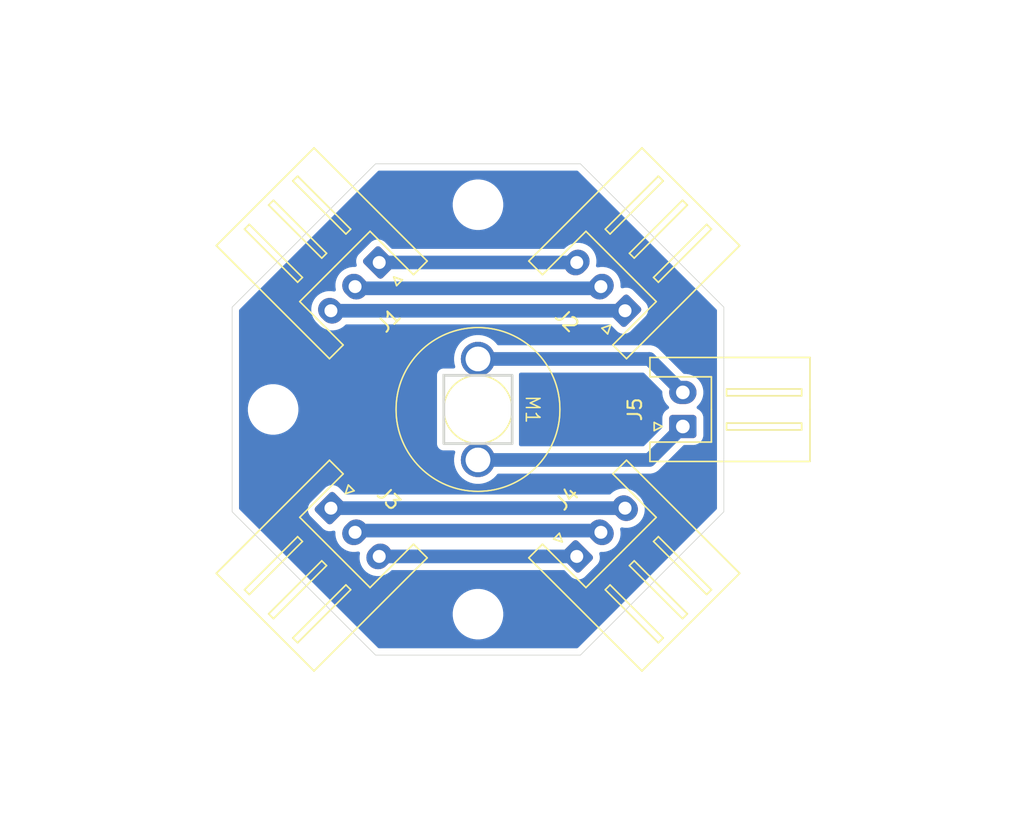
<source format=kicad_pcb>
(kicad_pcb (version 20241229) (generator "pcbnew") (generator_version "9.0")
  (layers (0 "F.Cu" signal) (2 "B.Cu" signal) (13 "F.Paste" user) (15 "B.Paste" user) (5 "F.SilkS" user "F.Silkscreen") (7 "B.SilkS" user "B.Silkscreen") (1 "F.Mask" user) (3 "B.Mask" user) (25 "Edge.Cuts" user))
  (net 0 "")
  (net 1 "Net-(J1-Pin_2)")
  (net 2 "Net-(J1-Pin_3)")
  (net 3 "Net-(J1-Pin_1)")
  (net 4 "Net-(J3-Pin_1)")
  (net 5 "Net-(J3-Pin_3)")
  (net 6 "Net-(J3-Pin_2)")
  (net 7 "Net-(J5-Pin_2)")
  (net 8 "Net-(J5-Pin_1)")
  (footprint "topMotor:topMotor" (layer "F.Cu") (at 180 70 180)
    (property "Reference" "M1" (at -4 0 270) (layer "F.SilkS") (effects (font (thickness 0.1))))
    (property "Value" "Motor_DC")
    (fp_circle (center 0 0) (end 6 0) (stroke (width 0.1)) (fill no) (layer "F.SilkS"))
    (fp_circle (center 0 0) (end 2.5 0) (stroke (width 0.1)) (fill no) (layer "F.SilkS"))
    (pad "1" thru_hole circle (at 0 -3.7 180) (size 2.5 2.5) (drill 1.8) (layers "*.Cu" "*.Mask") (net 8 "Net-(J5-Pin_1)"))
    (pad "2" thru_hole circle (at 0 3.7 180) (size 2.5 2.5) (drill 1.8) (layers "*.Cu" "*.Mask") (net 7 "Net-(J5-Pin_2)"))
  )
  (footprint "MountingHole:MountingHole_3.2mm_M3" (layer "F.Cu") (at 180 85)
    (property "Reference" "REF**" (hide yes))
    (property "Value" "MountingHole_3.2mm_M3")
    (pad "" np_thru_hole circle (at 0 0) (size 3.2 3.2) (drill 3.2) (layers "*.Cu" "*.Mask"))
  )
  (footprint "MountingHole:MountingHole_3.2mm_M3" (layer "F.Cu") (at 180 55)
    (property "Reference" "REF**" (hide yes))
    (property "Value" "MountingHole_3.2mm_M3")
    (pad "" np_thru_hole circle (at 0 0) (size 3.2 3.2) (drill 3.2) (layers "*.Cu" "*.Mask"))
  )
  (footprint "Connector_JST:JST_XH_S3B-XH-A_1x03_P2.50mm_Horizontal" (layer "F.Cu") (at 169.232233 77.232233 -45)
    (property "Reference" "J3" (at 2.5 -3.51 135) (layer "F.SilkS"))
    (property "Value" "LEDRearLeft")
    (fp_line (start -2.559999 9.31) (end -2.56 -2.41) (stroke (width 0.12)) (layer "F.SilkS"))
    (fp_line (start -0.25 8.7) (end 0.25 8.7) (stroke (width 0.12)) (layer "F.SilkS"))
    (fp_line (start 0.25 8.7) (end 0.25 3.2) (stroke (width 0.12)) (layer "F.SilkS"))
    (fp_line (start 2.5 9.31) (end -2.559999 9.31) (stroke (width 0.12)) (layer "F.SilkS"))
    (fp_line (start 2.5 9.31) (end 7.56 9.31) (stroke (width 0.12)) (layer "F.SilkS"))
    (fp_line (start 2.25 8.7) (end 2.75 8.7) (stroke (width 0.12)) (layer "F.SilkS"))
    (fp_line (start 2.75 8.7) (end 2.75 3.2) (stroke (width 0.12)) (layer "F.SilkS"))
    (fp_line (start 4.75 8.7) (end 5.250001 8.7) (stroke (width 0.12)) (layer "F.SilkS"))
    (fp_line (start -0.25 3.2) (end -0.25 8.7) (stroke (width 0.12)) (layer "F.SilkS"))
    (fp_line (start 5.250001 8.7) (end 5.25 3.2) (stroke (width 0.12)) (layer "F.SilkS"))
    (fp_line (start -1.14 2.09) (end 2.5 2.09) (stroke (width 0.12)) (layer "F.SilkS"))
    (fp_line (start 0.25 3.2) (end -0.25 3.2) (stroke (width 0.12)) (layer "F.SilkS"))
    (fp_line (start 7.56 9.31) (end 7.56 -2.41) (stroke (width 0.12)) (layer "F.SilkS"))
    (fp_line (start 2.25 3.2) (end 2.25 8.7) (stroke (width 0.12)) (layer "F.SilkS"))
    (fp_line (start 2.75 3.2) (end 2.25 3.2) (stroke (width 0.12)) (layer "F.SilkS"))
    (fp_line (start -2.56 -2.41) (end -1.14 -2.41) (stroke (width 0.12)) (layer "F.SilkS"))
    (fp_line (start -1.14 -2.41) (end -1.14 2.09) (stroke (width 0.12)) (layer "F.SilkS"))
    (fp_line (start 0 -1.5) (end -0.3 -2.1) (stroke (width 0.12)) (layer "F.SilkS"))
    (fp_line (start 4.75 3.2) (end 4.75 8.7) (stroke (width 0.12)) (layer "F.SilkS"))
    (fp_line (start -0.3 -2.1) (end 0.3 -2.1) (stroke (width 0.12)) (layer "F.SilkS"))
    (fp_line (start 5.25 3.2) (end 4.75 3.2) (stroke (width 0.12)) (layer "F.SilkS"))
    (fp_line (start 0.3 -2.1) (end 0 -1.5) (stroke (width 0.12)) (layer "F.SilkS"))
    (fp_line (start 6.14 2.09) (end 2.5 2.09) (stroke (width 0.12)) (layer "F.SilkS"))
    (fp_line (start 6.14 -2.41) (end 6.14 2.09) (stroke (width 0.12)) (layer "F.SilkS"))
    (fp_line (start 7.56 -2.41) (end 6.14 -2.41) (stroke (width 0.12)) (layer "F.SilkS"))
    (pad "1" thru_hole roundrect (at 0 0 315) (size 1.7 1.95) (drill 0.95) (layers "*.Cu" "*.Mask") (roundrect_rratio 0.147059) (net 4 "Net-(J3-Pin_1)"))
    (pad "2" thru_hole oval (at 2.5 0 315) (size 1.7 1.95) (drill 0.95) (layers "*.Cu" "*.Mask") (net 6 "Net-(J3-Pin_2)"))
    (pad "3" thru_hole oval (at 5 0 315) (size 1.7 1.95) (drill 0.95) (layers "*.Cu" "*.Mask") (net 5 "Net-(J3-Pin_3)"))
  )
  (footprint "Connector_JST:JST_XH_S3B-XH-A_1x03_P2.50mm_Horizontal" (layer "F.Cu") (at 187.232233 80.767767 45)
    (property "Reference" "J4" (at 2.5 -3.51 45) (layer "F.SilkS"))
    (property "Value" "LEDRearRight")
    (fp_line (start -2.56 -2.41) (end -1.14 -2.41) (stroke (width 0.12)) (layer "F.SilkS"))
    (fp_line (start -1.14 -2.41) (end -1.14 2.09) (stroke (width 0.12)) (layer "F.SilkS"))
    (fp_line (start -0.3 -2.1) (end 0.3 -2.1) (stroke (width 0.12)) (layer "F.SilkS"))
    (fp_line (start 0.3 -2.1) (end 0 -1.5) (stroke (width 0.12)) (layer "F.SilkS"))
    (fp_line (start 0 -1.5) (end -0.3 -2.1) (stroke (width 0.12)) (layer "F.SilkS"))
    (fp_line (start -1.14 2.09) (end 2.5 2.09) (stroke (width 0.12)) (layer "F.SilkS"))
    (fp_line (start -0.25 3.2) (end -0.25 8.7) (stroke (width 0.12)) (layer "F.SilkS"))
    (fp_line (start 0.25 3.2) (end -0.25 3.2) (stroke (width 0.12)) (layer "F.SilkS"))
    (fp_line (start 6.14 -2.41) (end 6.14 2.09) (stroke (width 0.12)) (layer "F.SilkS"))
    (fp_line (start 7.56 -2.41) (end 6.14 -2.41) (stroke (width 0.12)) (layer "F.SilkS"))
    (fp_line (start 2.25 3.2) (end 2.25 8.7) (stroke (width 0.12)) (layer "F.SilkS"))
    (fp_line (start 2.75 3.2) (end 2.25 3.2) (stroke (width 0.12)) (layer "F.SilkS"))
    (fp_line (start -2.559999 9.31) (end -2.56 -2.41) (stroke (width 0.12)) (layer "F.SilkS"))
    (fp_line (start 4.75 3.2) (end 4.75 8.7) (stroke (width 0.12)) (layer "F.SilkS"))
    (fp_line (start 6.14 2.09) (end 2.5 2.09) (stroke (width 0.12)) (layer "F.SilkS"))
    (fp_line (start 5.25 3.2) (end 4.75 3.2) (stroke (width 0.12)) (layer "F.SilkS"))
    (fp_line (start -0.25 8.7) (end 0.25 8.7) (stroke (width 0.12)) (layer "F.SilkS"))
    (fp_line (start 0.25 8.7) (end 0.25 3.2) (stroke (width 0.12)) (layer "F.SilkS"))
    (fp_line (start 2.25 8.7) (end 2.75 8.7) (stroke (width 0.12)) (layer "F.SilkS"))
    (fp_line (start 2.75 8.7) (end 2.75 3.2) (stroke (width 0.12)) (layer "F.SilkS"))
    (fp_line (start 2.5 9.31) (end -2.559999 9.31) (stroke (width 0.12)) (layer "F.SilkS"))
    (fp_line (start 2.5 9.31) (end 7.56 9.31) (stroke (width 0.12)) (layer "F.SilkS"))
    (fp_line (start 4.75 8.7) (end 5.250001 8.7) (stroke (width 0.12)) (layer "F.SilkS"))
    (fp_line (start 5.250001 8.7) (end 5.25 3.2) (stroke (width 0.12)) (layer "F.SilkS"))
    (fp_line (start 7.56 9.31) (end 7.56 -2.41) (stroke (width 0.12)) (layer "F.SilkS"))
    (pad "1" thru_hole roundrect (at 0 0 45) (size 1.7 1.95) (drill 0.95) (layers "*.Cu" "*.Mask") (roundrect_rratio 0.147059) (net 5 "Net-(J3-Pin_3)"))
    (pad "2" thru_hole oval (at 2.5 0 45) (size 1.7 1.95) (drill 0.95) (layers "*.Cu" "*.Mask") (net 6 "Net-(J3-Pin_2)"))
    (pad "3" thru_hole oval (at 5 0 45) (size 1.7 1.95) (drill 0.95) (layers "*.Cu" "*.Mask") (net 4 "Net-(J3-Pin_1)"))
  )
  (footprint "Connector_JST:JST_XH_S2B-XH-A_1x02_P2.50mm_Horizontal" (layer "F.Cu") (at 195 71.25 90)
    (property "Reference" "J5" (at 1.25 -3.51 90) (layer "F.SilkS"))
    (property "Value" "Motor")
    (fp_line (start 5.06 -2.41) (end 3.64 -2.41) (stroke (width 0.12)) (layer "F.SilkS"))
    (fp_line (start 3.64 -2.41) (end 3.64 2.09) (stroke (width 0.12)) (layer "F.SilkS"))
    (fp_line (start -1.14 -2.41) (end -1.14 2.09) (stroke (width 0.12)) (layer "F.SilkS"))
    (fp_line (start -2.56 -2.41) (end -1.14 -2.41) (stroke (width 0.12)) (layer "F.SilkS"))
    (fp_line (start 0.3 -2.1) (end 0 -1.5) (stroke (width 0.12)) (layer "F.SilkS"))
    (fp_line (start -0.3 -2.1) (end 0.3 -2.1) (stroke (width 0.12)) (layer "F.SilkS"))
    (fp_line (start 0 -1.5) (end -0.3 -2.1) (stroke (width 0.12)) (layer "F.SilkS"))
    (fp_line (start 3.64 2.09) (end 1.25 2.09) (stroke (width 0.12)) (layer "F.SilkS"))
    (fp_line (start -1.14 2.09) (end 1.25 2.09) (stroke (width 0.12)) (layer "F.SilkS"))
    (fp_line (start 2.75 3.2) (end 2.25 3.2) (stroke (width 0.12)) (layer "F.SilkS"))
    (fp_line (start 2.25 3.2) (end 2.25 8.7) (stroke (width 0.12)) (layer "F.SilkS"))
    (fp_line (start 0.25 3.2) (end -0.25 3.2) (stroke (width 0.12)) (layer "F.SilkS"))
    (fp_line (start -0.25 3.2) (end -0.25 8.7) (stroke (width 0.12)) (layer "F.SilkS"))
    (fp_line (start 2.75 8.7) (end 2.75 3.2) (stroke (width 0.12)) (layer "F.SilkS"))
    (fp_line (start 2.25 8.7) (end 2.75 8.7) (stroke (width 0.12)) (layer "F.SilkS"))
    (fp_line (start 0.25 8.7) (end 0.25 3.2) (stroke (width 0.12)) (layer "F.SilkS"))
    (fp_line (start -0.25 8.7) (end 0.25 8.7) (stroke (width 0.12)) (layer "F.SilkS"))
    (fp_line (start 5.06 9.31) (end 5.06 -2.41) (stroke (width 0.12)) (layer "F.SilkS"))
    (fp_line (start 1.25 9.31) (end 5.06 9.31) (stroke (width 0.12)) (layer "F.SilkS"))
    (fp_line (start 1.25 9.31) (end -2.56 9.31) (stroke (width 0.12)) (layer "F.SilkS"))
    (fp_line (start -2.56 9.31) (end -2.56 -2.41) (stroke (width 0.12)) (layer "F.SilkS"))
    (pad "1" thru_hole roundrect (at 0 0 90) (size 1.7 2) (drill 1) (layers "*.Cu" "*.Mask") (roundrect_rratio 0.147059) (net 8 "Net-(J5-Pin_1)"))
    (pad "2" thru_hole oval (at 2.5 0 90) (size 1.7 2) (drill 1) (layers "*.Cu" "*.Mask") (net 7 "Net-(J5-Pin_2)"))
  )
  (footprint "Connector_JST:JST_XH_S3B-XH-A_1x03_P2.50mm_Horizontal" (layer "F.Cu") (at 190.767767 62.767767 135)
    (property "Reference" "J2" (at 2.5 -3.51 135) (layer "F.SilkS"))
    (property "Value" "LEDFrontRight")
    (fp_line (start 7.56 -2.41) (end 6.14 -2.41) (stroke (width 0.12)) (layer "F.SilkS"))
    (fp_line (start 6.14 -2.41) (end 6.14 2.09) (stroke (width 0.12)) (layer "F.SilkS"))
    (fp_line (start 6.14 2.09) (end 2.5 2.09) (stroke (width 0.12)) (layer "F.SilkS"))
    (fp_line (start 0.3 -2.1) (end 0 -1.5) (stroke (width 0.12)) (layer "F.SilkS"))
    (fp_line (start 5.25 3.2) (end 4.75 3.2) (stroke (width 0.12)) (layer "F.SilkS"))
    (fp_line (start -0.3 -2.1) (end 0.3 -2.1) (stroke (width 0.12)) (layer "F.SilkS"))
    (fp_line (start 4.75 3.2) (end 4.75 8.7) (stroke (width 0.12)) (layer "F.SilkS"))
    (fp_line (start 0 -1.5) (end -0.3 -2.1) (stroke (width 0.12)) (layer "F.SilkS"))
    (fp_line (start -1.14 -2.41) (end -1.14 2.09) (stroke (width 0.12)) (layer "F.SilkS"))
    (fp_line (start -2.56 -2.41) (end -1.14 -2.41) (stroke (width 0.12)) (layer "F.SilkS"))
    (fp_line (start 2.75 3.2) (end 2.25 3.2) (stroke (width 0.12)) (layer "F.SilkS"))
    (fp_line (start 2.25 3.2) (end 2.25 8.7) (stroke (width 0.12)) (layer "F.SilkS"))
    (fp_line (start 7.56 9.31) (end 7.56 -2.41) (stroke (width 0.12)) (layer "F.SilkS"))
    (fp_line (start 0.25 3.2) (end -0.25 3.2) (stroke (width 0.12)) (layer "F.SilkS"))
    (fp_line (start -1.14 2.09) (end 2.5 2.09) (stroke (width 0.12)) (layer "F.SilkS"))
    (fp_line (start 5.250001 8.7) (end 5.25 3.2) (stroke (width 0.12)) (layer "F.SilkS"))
    (fp_line (start -0.25 3.2) (end -0.25 8.7) (stroke (width 0.12)) (layer "F.SilkS"))
    (fp_line (start 4.75 8.7) (end 5.250001 8.7) (stroke (width 0.12)) (layer "F.SilkS"))
    (fp_line (start 2.75 8.7) (end 2.75 3.2) (stroke (width 0.12)) (layer "F.SilkS"))
    (fp_line (start 2.25 8.7) (end 2.75 8.7) (stroke (width 0.12)) (layer "F.SilkS"))
    (fp_line (start 2.5 9.31) (end 7.56 9.31) (stroke (width 0.12)) (layer "F.SilkS"))
    (fp_line (start 2.5 9.31) (end -2.559999 9.31) (stroke (width 0.12)) (layer "F.SilkS"))
    (fp_line (start 0.25 8.7) (end 0.25 3.2) (stroke (width 0.12)) (layer "F.SilkS"))
    (fp_line (start -0.25 8.7) (end 0.25 8.7) (stroke (width 0.12)) (layer "F.SilkS"))
    (fp_line (start -2.559999 9.31) (end -2.56 -2.41) (stroke (width 0.12)) (layer "F.SilkS"))
    (pad "1" thru_hole roundrect (at 0 0 135) (size 1.7 1.95) (drill 0.95) (layers "*.Cu" "*.Mask") (roundrect_rratio 0.147059) (net 2 "Net-(J1-Pin_3)"))
    (pad "2" thru_hole oval (at 2.5 0 135) (size 1.7 1.95) (drill 0.95) (layers "*.Cu" "*.Mask") (net 1 "Net-(J1-Pin_2)"))
    (pad "3" thru_hole oval (at 5 0 135) (size 1.7 1.95) (drill 0.95) (layers "*.Cu" "*.Mask") (net 3 "Net-(J1-Pin_1)"))
  )
  (footprint "topMotor:topMotor" (layer "F.Cu") (at 180 70 180)
    (property "Reference" "M1" (at -4 0 270) (layer "F.SilkS") (effects (font (thickness 0.1))))
    (property "Value" "Motor_DC")
    (fp_circle (center 0 0) (end 6 0) (stroke (width 0.1)) (fill no) (layer "F.SilkS"))
    (fp_circle (center 0 0) (end 2.5 0) (stroke (width 0.1)) (fill no) (layer "F.SilkS"))
    (pad "1" thru_hole circle (at 0 -3.7 180) (size 2.5 2.5) (drill 1.8) (layers "*.Cu" "*.Mask") (net 8 "Net-(J5-Pin_1)"))
    (pad "2" thru_hole circle (at 0 3.7 180) (size 2.5 2.5) (drill 1.8) (layers "*.Cu" "*.Mask") (net 7 "Net-(J5-Pin_2)"))
  )
  (footprint "MountingHole:MountingHole_3.2mm_M3" (layer "F.Cu") (at 165 70)
    (property "Reference" "REF**" (hide yes))
    (property "Value" "MountingHole_3.2mm_M3")
    (pad "" np_thru_hole circle (at 0 0) (size 3.2 3.2) (drill 3.2) (layers "*.Cu" "*.Mask"))
  )
  (footprint "Connector_JST:JST_XH_S3B-XH-A_1x03_P2.50mm_Horizontal" (layer "F.Cu") (at 172.767767 59.232233 -135)
    (property "Reference" "J1" (at 2.5 -3.51 45) (layer "F.SilkS"))
    (property "Value" "LEDFrontLeft")
    (fp_line (start 7.56 9.31) (end 7.56 -2.41) (stroke (width 0.12)) (layer "F.SilkS"))
    (fp_line (start 5.250001 8.7) (end 5.25 3.2) (stroke (width 0.12)) (layer "F.SilkS"))
    (fp_line (start 4.75 8.7) (end 5.250001 8.7) (stroke (width 0.12)) (layer "F.SilkS"))
    (fp_line (start 2.5 9.31) (end 7.56 9.31) (stroke (width 0.12)) (layer "F.SilkS"))
    (fp_line (start 2.5 9.31) (end -2.559999 9.31) (stroke (width 0.12)) (layer "F.SilkS"))
    (fp_line (start 2.75 8.7) (end 2.75 3.2) (stroke (width 0.12)) (layer "F.SilkS"))
    (fp_line (start 2.25 8.7) (end 2.75 8.7) (stroke (width 0.12)) (layer "F.SilkS"))
    (fp_line (start 0.25 8.7) (end 0.25 3.2) (stroke (width 0.12)) (layer "F.SilkS"))
    (fp_line (start -0.25 8.7) (end 0.25 8.7) (stroke (width 0.12)) (layer "F.SilkS"))
    (fp_line (start 5.25 3.2) (end 4.75 3.2) (stroke (width 0.12)) (layer "F.SilkS"))
    (fp_line (start 6.14 2.09) (end 2.5 2.09) (stroke (width 0.12)) (layer "F.SilkS"))
    (fp_line (start 4.75 3.2) (end 4.75 8.7) (stroke (width 0.12)) (layer "F.SilkS"))
    (fp_line (start -2.559999 9.31) (end -2.56 -2.41) (stroke (width 0.12)) (layer "F.SilkS"))
    (fp_line (start 2.75 3.2) (end 2.25 3.2) (stroke (width 0.12)) (layer "F.SilkS"))
    (fp_line (start 2.25 3.2) (end 2.25 8.7) (stroke (width 0.12)) (layer "F.SilkS"))
    (fp_line (start 7.56 -2.41) (end 6.14 -2.41) (stroke (width 0.12)) (layer "F.SilkS"))
    (fp_line (start 6.14 -2.41) (end 6.14 2.09) (stroke (width 0.12)) (layer "F.SilkS"))
    (fp_line (start 0.25 3.2) (end -0.25 3.2) (stroke (width 0.12)) (layer "F.SilkS"))
    (fp_line (start -0.25 3.2) (end -0.25 8.7) (stroke (width 0.12)) (layer "F.SilkS"))
    (fp_line (start -1.14 2.09) (end 2.5 2.09) (stroke (width 0.12)) (layer "F.SilkS"))
    (fp_line (start 0 -1.5) (end -0.3 -2.1) (stroke (width 0.12)) (layer "F.SilkS"))
    (fp_line (start 0.3 -2.1) (end 0 -1.5) (stroke (width 0.12)) (layer "F.SilkS"))
    (fp_line (start -0.3 -2.1) (end 0.3 -2.1) (stroke (width 0.12)) (layer "F.SilkS"))
    (fp_line (start -1.14 -2.41) (end -1.14 2.09) (stroke (width 0.12)) (layer "F.SilkS"))
    (fp_line (start -2.56 -2.41) (end -1.14 -2.41) (stroke (width 0.12)) (layer "F.SilkS"))
    (pad "1" thru_hole roundrect (at 0 0 225) (size 1.7 1.95) (drill 0.95) (layers "*.Cu" "*.Mask") (roundrect_rratio 0.147059) (net 3 "Net-(J1-Pin_1)"))
    (pad "2" thru_hole oval (at 2.5 0 225) (size 1.7 1.95) (drill 0.95) (layers "*.Cu" "*.Mask") (net 1 "Net-(J1-Pin_2)"))
    (pad "3" thru_hole oval (at 5 0 225) (size 1.7 1.95) (drill 0.95) (layers "*.Cu" "*.Mask") (net 2 "Net-(J1-Pin_3)"))
  )
  (gr_poly (pts (xy 172.5 52) (xy 162 62.5) (xy 162 77.5) (xy 172.5 88) (xy 187.5 88) (xy 198 77.5) (xy 198 62.5) (xy 187.5 52)) (stroke (width 0.05)) (fill no) (layer "Edge.Cuts"))
  (gr_rect (start 177.5 67.5) (end 182.5 72.5) (stroke (width 0.2)) (fill no) (layer "Edge.Cuts"))
  (segment (start 171.125047 61.125047) (end 188.874953 61.125047) (width 1) (layer "B.Cu") (net 1))
  (segment (start 171 61) (end 171.125047 61.125047) (width 1) (layer "B.Cu") (net 1))
  (segment (start 188.874953 61.125047) (end 189 61) (width 1) (layer "B.Cu") (net 1))
  (segment (start 190.767767 62.767767) (end 169.232233 62.767767) (width 1) (layer "B.Cu") (net 2))
  (segment (start 187.232233 59.232233) (end 172.767767 59.232233) (width 1) (layer "B.Cu") (net 3))
  (segment (start 190.767767 77.232233) (end 169.232233 77.232233) (width 1) (layer "B.Cu") (net 4))
  (segment (start 187.232233 80.767767) (end 172.767767 80.767767) (width 1) (layer "B.Cu") (net 5))
  (segment (start 189 79) (end 188.874953 78.874953) (width 1) (layer "F.Cu") (net 6))
  (segment (start 171.125047 78.874953) (end 171 79) (width 1) (layer "F.Cu") (net 6))
  (segment (start 171.125047 78.874953) (end 188.874953 78.874953) (width 1) (layer "B.Cu") (net 6))
  (segment (start 171 79) (end 171.125047 78.874953) (width 1) (layer "B.Cu") (net 6))
  (segment (start 188.874953 78.874953) (end 189 79) (width 1) (layer "B.Cu") (net 6))
  (segment (start 192.55 66.3) (end 180 66.3) (width 1) (layer "B.Cu") (net 7))
  (segment (start 195 68.75) (end 192.55 66.3) (width 1) (layer "B.Cu") (net 7))
  (segment (start 195 71.25) (end 192.55 73.7) (width 1) (layer "B.Cu") (net 8))
  (segment (start 192.55 73.7) (end 180 73.7) (width 1) (layer "B.Cu") (net 8))
  (zone (net 0) (net_name "") (layer "B.Cu") (connect_pads (clearance 0.5)) (min_thickness 0.25) (fill yes (thermal_gap 0.5) (thermal_bridge_width 0.5) (island_removal_mode 1) (island_area_min 10))
    (polygon (pts (xy 145 40) (xy 220 40) (xy 220 100) (xy 145 100)))
  )
)
</source>
